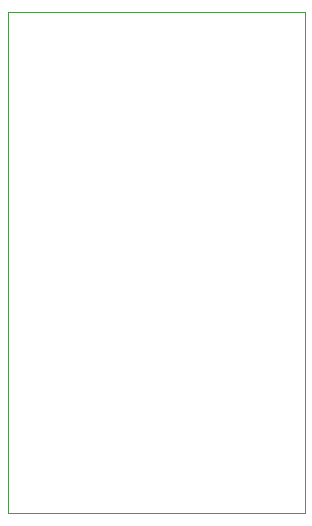
<source format=gm1>
%TF.GenerationSoftware,KiCad,Pcbnew,(5.1.10)-1*%
%TF.CreationDate,2021-10-10T23:46:45-04:00*%
%TF.ProjectId,STM_SimpleBreakout,53544d5f-5369-46d7-906c-65427265616b,rev?*%
%TF.SameCoordinates,Original*%
%TF.FileFunction,Profile,NP*%
%FSLAX46Y46*%
G04 Gerber Fmt 4.6, Leading zero omitted, Abs format (unit mm)*
G04 Created by KiCad (PCBNEW (5.1.10)-1) date 2021-10-10 23:46:45*
%MOMM*%
%LPD*%
G01*
G04 APERTURE LIST*
%TA.AperFunction,Profile*%
%ADD10C,0.050000*%
%TD*%
G04 APERTURE END LIST*
D10*
X175006000Y-74168000D02*
X149860000Y-74168000D01*
X175006000Y-116586000D02*
X175006000Y-74168000D01*
X149860000Y-116586000D02*
X175006000Y-116586000D01*
X149860000Y-74168000D02*
X149860000Y-116586000D01*
M02*

</source>
